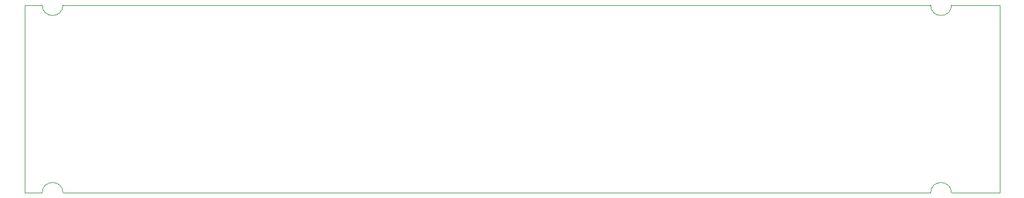
<source format=gbr>
%TF.GenerationSoftware,KiCad,Pcbnew,(6.0.6-0)*%
%TF.CreationDate,2022-07-18T23:29:11+08:00*%
%TF.ProjectId,main,6d61696e-2e6b-4696-9361-645f70636258,rev?*%
%TF.SameCoordinates,Original*%
%TF.FileFunction,Profile,NP*%
%FSLAX46Y46*%
G04 Gerber Fmt 4.6, Leading zero omitted, Abs format (unit mm)*
G04 Created by KiCad (PCBNEW (6.0.6-0)) date 2022-07-18 23:29:11*
%MOMM*%
%LPD*%
G01*
G04 APERTURE LIST*
%TA.AperFunction,Profile*%
%ADD10C,0.100000*%
%TD*%
G04 APERTURE END LIST*
D10*
X167100000Y-81000000D02*
G75*
G03*
X164100000Y-81000000I-1500000J0D01*
G01*
X39500000Y-81000000D02*
G75*
G03*
X36500000Y-81000000I-1500000J0D01*
G01*
X174000000Y-81000000D02*
X174000000Y-54000000D01*
X174000000Y-54000000D02*
X167100000Y-54000000D01*
X164100000Y-54000000D02*
X39500000Y-54000000D01*
X36500000Y-54000000D02*
X34000000Y-54000000D01*
X36500000Y-54000000D02*
G75*
G03*
X39500000Y-54000000I1500000J0D01*
G01*
X34000000Y-81000000D02*
X36500000Y-81000000D01*
X167100000Y-81000000D02*
X174000000Y-81000000D01*
X39500000Y-81000000D02*
X164100000Y-81000000D01*
X34000000Y-54000000D02*
X34000000Y-81000000D01*
X164100000Y-54000000D02*
G75*
G03*
X167100000Y-54000000I1500000J0D01*
G01*
M02*

</source>
